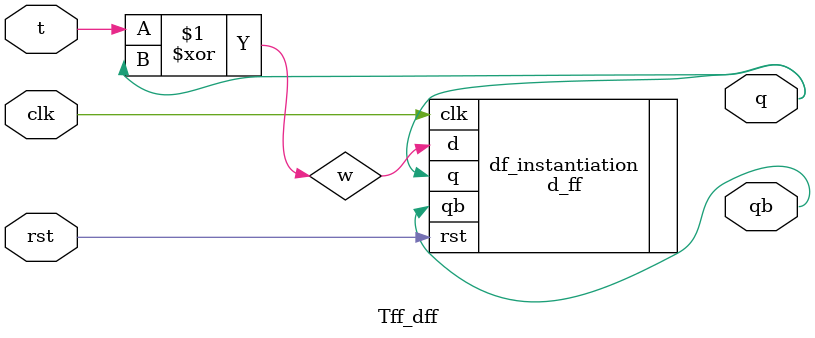
<source format=v>
`include "d_ff.v"
module Tff_dff(t,clk,rst,q,qb);
   input t,clk,rst;
   output q,qb;
   wire w;
   xor g1(w,t,q);
   d_ff df_instantiation(.d(w),.clk(clk),.rst(rst),.q(q),.qb(qb));
endmodule

</source>
